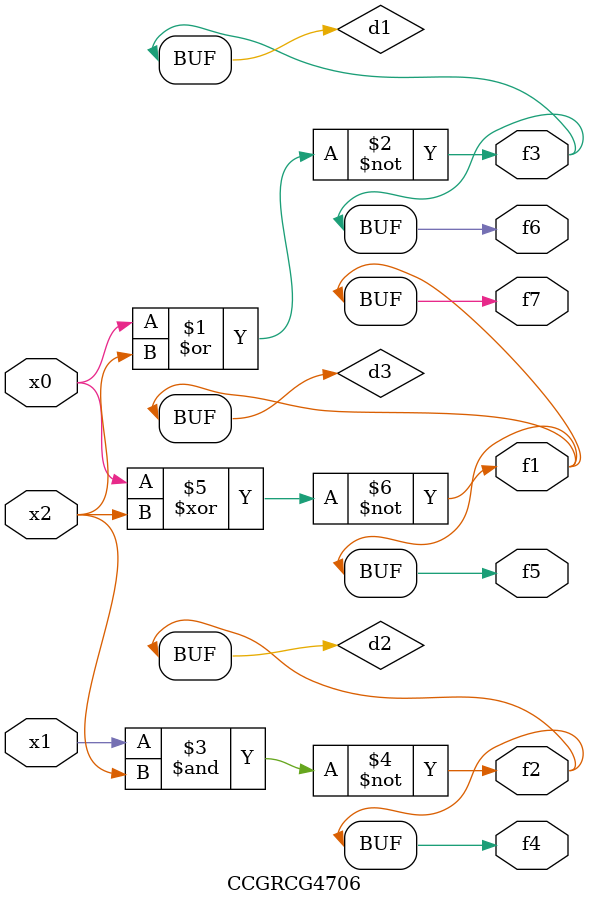
<source format=v>
module CCGRCG4706(
	input x0, x1, x2,
	output f1, f2, f3, f4, f5, f6, f7
);

	wire d1, d2, d3;

	nor (d1, x0, x2);
	nand (d2, x1, x2);
	xnor (d3, x0, x2);
	assign f1 = d3;
	assign f2 = d2;
	assign f3 = d1;
	assign f4 = d2;
	assign f5 = d3;
	assign f6 = d1;
	assign f7 = d3;
endmodule

</source>
